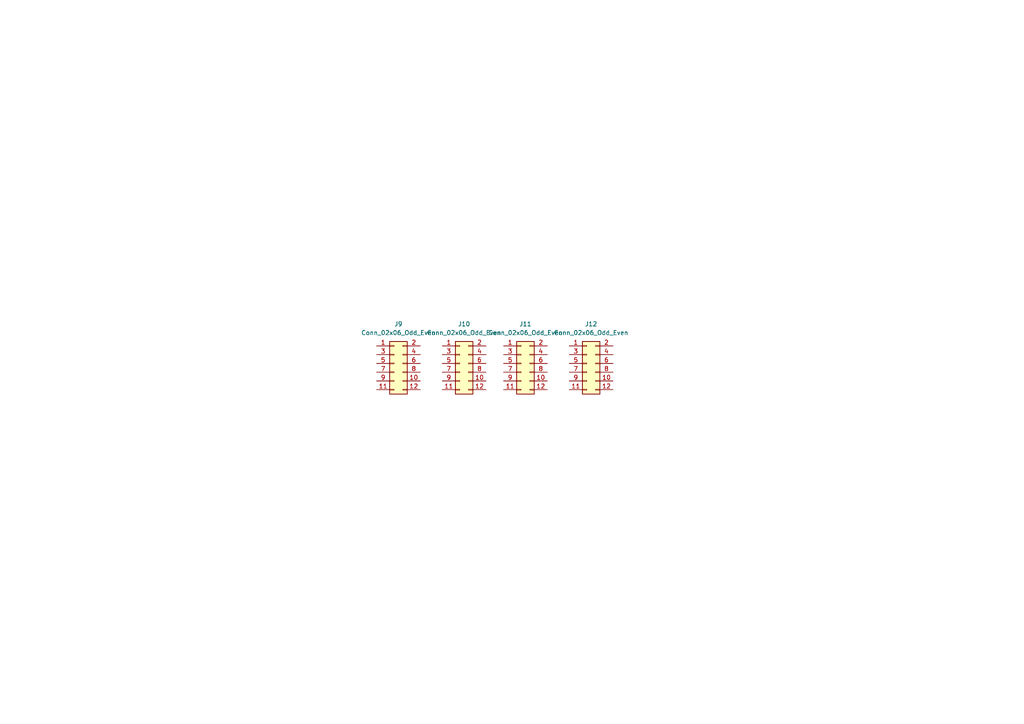
<source format=kicad_sch>
(kicad_sch (version 20231120) (generator "eeschema") (generator_version "8.0")
  (paper "A4")
  (lib_symbols
    (symbol "Connector_Generic:Conn_02x06_Odd_Even" (pin_names (offset 1.016) hide)
      (property "Reference" "J" (at 1.27 7.62 0))
      (property "Value" "Conn_02x06_Odd_Even" (at 1.27 -10.16 0))
      (symbol "Conn_02x06_Odd_Even_1_1"
        (rectangle (start -1.27 -7.493) (end 0 -7.747) (stroke (width 0.1524)))
        (rectangle (start -1.27 -4.953) (end 0 -5.207) (stroke (width 0.1524)))
        (rectangle (start -1.27 -2.413) (end 0 -2.667) (stroke (width 0.1524)))
        (rectangle (start -1.27 0.127) (end 0 -0.127) (stroke (width 0.1524)))
        (rectangle (start -1.27 2.667) (end 0 2.413) (stroke (width 0.1524)))
        (rectangle (start -1.27 5.207) (end 0 4.953) (stroke (width 0.1524)))
        (rectangle (start -1.27 6.35) (end 3.81 -8.89) (stroke (width 0.254)) (fill (type background)))
        (rectangle (start 3.81 -7.493) (end 2.54 -7.747) (stroke (width 0.1524)))
        (rectangle (start 3.81 -4.953) (end 2.54 -5.207) (stroke (width 0.1524)))
        (rectangle (start 3.81 -2.413) (end 2.54 -2.667) (stroke (width 0.1524)))
        (rectangle (start 3.81 0.127) (end 2.54 -0.127) (stroke (width 0.1524)))
        (rectangle (start 3.81 2.667) (end 2.54 2.413) (stroke (width 0.1524)))
        (rectangle (start 3.81 5.207) (end 2.54 4.953) (stroke (width 0.1524)))
        (pin passive line (at -5.08 5.08 0) (length 3.81) (name "Pin_1") (number "1"))
        (pin passive line (at 7.62 -5.08 180) (length 3.81) (name "Pin_10") (number "10"))
        (pin passive line (at -5.08 -7.62 0) (length 3.81) (name "Pin_11") (number "11"))
        (pin passive line (at 7.62 -7.62 180) (length 3.81) (name "Pin_12") (number "12"))
        (pin passive line (at 7.62 5.08 180) (length 3.81) (name "Pin_2") (number "2"))
        (pin passive line (at -5.08 2.54 0) (length 3.81) (name "Pin_3") (number "3"))
        (pin passive line (at 7.62 2.54 180) (length 3.81) (name "Pin_4") (number "4"))
        (pin passive line (at -5.08 0 0) (length 3.81) (name "Pin_5") (number "5"))
        (pin passive line (at 7.62 0 180) (length 3.81) (name "Pin_6") (number "6"))
        (pin passive line (at -5.08 -2.54 0) (length 3.81) (name "Pin_7") (number "7"))
        (pin passive line (at 7.62 -2.54 180) (length 3.81) (name "Pin_8") (number "8"))
        (pin passive line (at -5.08 -5.08 0) (length 3.81) (name "Pin_9") (number "9"))
      )
    )
  )
  (symbol (lib_id "Connector_Generic:Conn_02x06_Odd_Even") (at 133.35 105.41 0) (unit 1)
    (property "Reference" "J10" (at 134.62 93.98 0))
    (property "Value" "Conn_02x06_Odd_Even" (at 134.62 96.52 0))
    (property "Footprint" "Connector_PinSocket_2.54mm:PinSocket_2x06_P2.54mm_Horizontal" (effects (hide yes)))
    (property "Description" "Generic connector, double row, 02x06, odd/even pin numbering scheme (row 1 odd numbers, row 2 even numbers), script generated (kicad-library-utils/schlib/autogen/connector/)" (effects (hide yes)))
  )
  (symbol (lib_id "Connector_Generic:Conn_02x06_Odd_Even") (at 151.13 105.41 0) (unit 1)
    (property "Reference" "J11" (at 152.4 93.98 0))
    (property "Value" "Conn_02x06_Odd_Even" (at 152.4 96.52 0))
    (property "Footprint" "Connector_PinSocket_2.54mm:PinSocket_2x06_P2.54mm_Horizontal" (effects (hide yes)))
    (property "Description" "Generic connector, double row, 02x06, odd/even pin numbering scheme (row 1 odd numbers, row 2 even numbers), script generated (kicad-library-utils/schlib/autogen/connector/)" (effects (hide yes)))
  )
  (symbol (lib_id "Connector_Generic:Conn_02x06_Odd_Even") (at 114.3 105.41 0) (unit 1)
    (property "Reference" "J9" (at 115.57 93.98 0))
    (property "Value" "Conn_02x06_Odd_Even" (at 115.57 96.52 0))
    (property "Footprint" "Connector_PinSocket_2.54mm:PinSocket_2x06_P2.54mm_Horizontal" (effects (hide yes)))
    (property "Description" "Generic connector, double row, 02x06, odd/even pin numbering scheme (row 1 odd numbers, row 2 even numbers), script generated (kicad-library-utils/schlib/autogen/connector/)" (effects (hide yes)))
  )
  (symbol (lib_id "Connector_Generic:Conn_02x06_Odd_Even") (at 170.18 105.41 0) (unit 1)
    (property "Reference" "J12" (at 171.45 93.98 0))
    (property "Value" "Conn_02x06_Odd_Even" (at 171.45 96.52 0))
    (property "Footprint" "Connector_PinSocket_2.54mm:PinSocket_2x06_P2.54mm_Horizontal" (effects (hide yes)))
    (property "Description" "Generic connector, double row, 02x06, odd/even pin numbering scheme (row 1 odd numbers, row 2 even numbers), script generated (kicad-library-utils/schlib/autogen/connector/)" (effects (hide yes)))
  )
)
</source>
